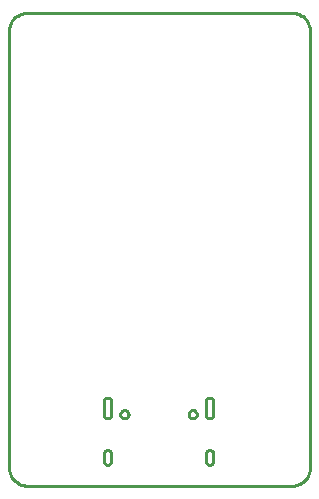
<source format=gbr>
G04 EAGLE Gerber RS-274X export*
G75*
%MOMM*%
%FSLAX34Y34*%
%LPD*%
%IN*%
%IPPOS*%
%AMOC8*
5,1,8,0,0,1.08239X$1,22.5*%
G01*
%ADD10C,0.254000*%


D10*
X-80Y16660D02*
X-23Y15353D01*
X148Y14055D01*
X431Y12778D01*
X825Y11530D01*
X1325Y10321D01*
X1930Y9160D01*
X2633Y8056D01*
X3429Y7018D01*
X4313Y6053D01*
X5278Y5169D01*
X6316Y4373D01*
X7420Y3670D01*
X8581Y3065D01*
X9790Y2565D01*
X11038Y2171D01*
X12315Y1888D01*
X13613Y1717D01*
X14920Y1660D01*
X239920Y1660D01*
X241205Y1733D01*
X242478Y1917D01*
X243731Y2211D01*
X244953Y2614D01*
X246135Y3122D01*
X247269Y3730D01*
X248345Y4436D01*
X249356Y5232D01*
X250293Y6113D01*
X251150Y7073D01*
X251920Y8104D01*
X252598Y9198D01*
X253177Y10347D01*
X253654Y11542D01*
X254025Y12774D01*
X254288Y14033D01*
X254439Y15311D01*
X254479Y16597D01*
X254479Y386597D01*
X254444Y387889D01*
X254298Y389173D01*
X254039Y390439D01*
X253672Y391678D01*
X253198Y392880D01*
X252621Y394036D01*
X251945Y395138D01*
X251176Y396176D01*
X250319Y397144D01*
X249381Y398033D01*
X248370Y398837D01*
X247292Y399550D01*
X246156Y400166D01*
X244970Y400681D01*
X243745Y401090D01*
X242488Y401391D01*
X241210Y401582D01*
X239920Y401660D01*
X14920Y401660D01*
X13613Y401603D01*
X12315Y401432D01*
X11038Y401149D01*
X9790Y400755D01*
X8581Y400255D01*
X7420Y399650D01*
X6316Y398947D01*
X5278Y398151D01*
X4313Y397267D01*
X3429Y396302D01*
X2633Y395264D01*
X1930Y394160D01*
X1325Y392999D01*
X825Y391790D01*
X431Y390542D01*
X148Y389265D01*
X-23Y387967D01*
X-80Y386660D01*
X-80Y16660D01*
X166410Y22500D02*
X166422Y22217D01*
X166459Y21936D01*
X166521Y21659D01*
X166606Y21388D01*
X166715Y21127D01*
X166845Y20875D01*
X166998Y20636D01*
X167170Y20411D01*
X167362Y20202D01*
X167571Y20010D01*
X167796Y19838D01*
X168035Y19685D01*
X168287Y19555D01*
X168548Y19446D01*
X168819Y19361D01*
X169096Y19299D01*
X169377Y19262D01*
X169660Y19250D01*
X169943Y19262D01*
X170224Y19299D01*
X170501Y19361D01*
X170772Y19446D01*
X171034Y19555D01*
X171285Y19685D01*
X171524Y19838D01*
X171749Y20010D01*
X171958Y20202D01*
X172150Y20411D01*
X172322Y20636D01*
X172475Y20875D01*
X172606Y21127D01*
X172714Y21388D01*
X172799Y21659D01*
X172861Y21936D01*
X172898Y22217D01*
X172910Y22500D01*
X172910Y28500D01*
X172898Y28783D01*
X172861Y29064D01*
X172799Y29341D01*
X172714Y29612D01*
X172606Y29874D01*
X172475Y30125D01*
X172322Y30364D01*
X172150Y30589D01*
X171958Y30798D01*
X171749Y30990D01*
X171524Y31162D01*
X171285Y31315D01*
X171034Y31446D01*
X170772Y31554D01*
X170501Y31639D01*
X170224Y31701D01*
X169943Y31738D01*
X169660Y31750D01*
X169377Y31738D01*
X169096Y31701D01*
X168819Y31639D01*
X168548Y31554D01*
X168287Y31446D01*
X168035Y31315D01*
X167796Y31162D01*
X167571Y30990D01*
X167362Y30798D01*
X167170Y30589D01*
X166998Y30364D01*
X166845Y30125D01*
X166715Y29874D01*
X166606Y29612D01*
X166521Y29341D01*
X166459Y29064D01*
X166422Y28783D01*
X166410Y28500D01*
X166410Y22500D01*
X80010Y22500D02*
X80022Y22217D01*
X80059Y21936D01*
X80121Y21659D01*
X80206Y21388D01*
X80315Y21127D01*
X80445Y20875D01*
X80598Y20636D01*
X80770Y20411D01*
X80962Y20202D01*
X81171Y20010D01*
X81396Y19838D01*
X81635Y19685D01*
X81887Y19555D01*
X82148Y19446D01*
X82419Y19361D01*
X82696Y19299D01*
X82977Y19262D01*
X83260Y19250D01*
X83543Y19262D01*
X83824Y19299D01*
X84101Y19361D01*
X84372Y19446D01*
X84634Y19555D01*
X84885Y19685D01*
X85124Y19838D01*
X85349Y20010D01*
X85558Y20202D01*
X85750Y20411D01*
X85922Y20636D01*
X86075Y20875D01*
X86206Y21127D01*
X86314Y21388D01*
X86399Y21659D01*
X86461Y21936D01*
X86498Y22217D01*
X86510Y22500D01*
X86510Y28500D01*
X86498Y28783D01*
X86461Y29064D01*
X86399Y29341D01*
X86314Y29612D01*
X86206Y29874D01*
X86075Y30125D01*
X85922Y30364D01*
X85750Y30589D01*
X85558Y30798D01*
X85349Y30990D01*
X85124Y31162D01*
X84885Y31315D01*
X84634Y31446D01*
X84372Y31554D01*
X84101Y31639D01*
X83824Y31701D01*
X83543Y31738D01*
X83260Y31750D01*
X82977Y31738D01*
X82696Y31701D01*
X82419Y31639D01*
X82148Y31554D01*
X81887Y31446D01*
X81635Y31315D01*
X81396Y31162D01*
X81171Y30990D01*
X80962Y30798D01*
X80770Y30589D01*
X80598Y30364D01*
X80445Y30125D01*
X80315Y29874D01*
X80206Y29612D01*
X80121Y29341D01*
X80059Y29064D01*
X80022Y28783D01*
X80010Y28500D01*
X80010Y22500D01*
X166410Y61800D02*
X166422Y61517D01*
X166459Y61236D01*
X166521Y60959D01*
X166606Y60688D01*
X166715Y60427D01*
X166845Y60175D01*
X166998Y59936D01*
X167170Y59711D01*
X167362Y59502D01*
X167571Y59310D01*
X167796Y59138D01*
X168035Y58985D01*
X168287Y58855D01*
X168548Y58746D01*
X168819Y58661D01*
X169096Y58599D01*
X169377Y58562D01*
X169660Y58550D01*
X169943Y58562D01*
X170224Y58599D01*
X170501Y58661D01*
X170772Y58746D01*
X171034Y58855D01*
X171285Y58985D01*
X171524Y59138D01*
X171749Y59310D01*
X171958Y59502D01*
X172150Y59711D01*
X172322Y59936D01*
X172475Y60175D01*
X172606Y60427D01*
X172714Y60688D01*
X172799Y60959D01*
X172861Y61236D01*
X172898Y61517D01*
X172910Y61800D01*
X172910Y72800D01*
X172898Y73083D01*
X172861Y73364D01*
X172799Y73641D01*
X172714Y73912D01*
X172606Y74174D01*
X172475Y74425D01*
X172322Y74664D01*
X172150Y74889D01*
X171958Y75098D01*
X171749Y75290D01*
X171524Y75462D01*
X171285Y75615D01*
X171034Y75746D01*
X170772Y75854D01*
X170501Y75939D01*
X170224Y76001D01*
X169943Y76038D01*
X169660Y76050D01*
X169377Y76038D01*
X169096Y76001D01*
X168819Y75939D01*
X168548Y75854D01*
X168287Y75746D01*
X168035Y75615D01*
X167796Y75462D01*
X167571Y75290D01*
X167362Y75098D01*
X167170Y74889D01*
X166998Y74664D01*
X166845Y74425D01*
X166715Y74174D01*
X166606Y73912D01*
X166521Y73641D01*
X166459Y73364D01*
X166422Y73083D01*
X166410Y72800D01*
X166410Y61800D01*
X80010Y61800D02*
X80022Y61517D01*
X80059Y61236D01*
X80121Y60959D01*
X80206Y60688D01*
X80315Y60427D01*
X80445Y60175D01*
X80598Y59936D01*
X80770Y59711D01*
X80962Y59502D01*
X81171Y59310D01*
X81396Y59138D01*
X81635Y58985D01*
X81887Y58855D01*
X82148Y58746D01*
X82419Y58661D01*
X82696Y58599D01*
X82977Y58562D01*
X83260Y58550D01*
X83543Y58562D01*
X83824Y58599D01*
X84101Y58661D01*
X84372Y58746D01*
X84634Y58855D01*
X84885Y58985D01*
X85124Y59138D01*
X85349Y59310D01*
X85558Y59502D01*
X85750Y59711D01*
X85922Y59936D01*
X86075Y60175D01*
X86206Y60427D01*
X86314Y60688D01*
X86399Y60959D01*
X86461Y61236D01*
X86498Y61517D01*
X86510Y61800D01*
X86510Y72800D01*
X86498Y73083D01*
X86461Y73364D01*
X86399Y73641D01*
X86314Y73912D01*
X86206Y74174D01*
X86075Y74425D01*
X85922Y74664D01*
X85750Y74889D01*
X85558Y75098D01*
X85349Y75290D01*
X85124Y75462D01*
X84885Y75615D01*
X84634Y75746D01*
X84372Y75854D01*
X84101Y75939D01*
X83824Y76001D01*
X83543Y76038D01*
X83260Y76050D01*
X82977Y76038D01*
X82696Y76001D01*
X82419Y75939D01*
X82148Y75854D01*
X81887Y75746D01*
X81635Y75615D01*
X81396Y75462D01*
X81171Y75290D01*
X80962Y75098D01*
X80770Y74889D01*
X80598Y74664D01*
X80445Y74425D01*
X80315Y74174D01*
X80206Y73912D01*
X80121Y73641D01*
X80059Y73364D01*
X80022Y73083D01*
X80010Y72800D01*
X80010Y61800D01*
X101060Y61771D02*
X101000Y61316D01*
X100881Y60873D01*
X100706Y60449D01*
X100476Y60051D01*
X100197Y59687D01*
X99873Y59363D01*
X99509Y59084D01*
X99111Y58854D01*
X98687Y58679D01*
X98244Y58560D01*
X97789Y58500D01*
X97331Y58500D01*
X96876Y58560D01*
X96433Y58679D01*
X96009Y58854D01*
X95611Y59084D01*
X95247Y59363D01*
X94923Y59687D01*
X94644Y60051D01*
X94414Y60449D01*
X94239Y60873D01*
X94120Y61316D01*
X94060Y61771D01*
X94060Y62229D01*
X94120Y62684D01*
X94239Y63127D01*
X94414Y63551D01*
X94644Y63949D01*
X94923Y64313D01*
X95247Y64637D01*
X95611Y64916D01*
X96009Y65146D01*
X96433Y65321D01*
X96876Y65440D01*
X97331Y65500D01*
X97789Y65500D01*
X98244Y65440D01*
X98687Y65321D01*
X99111Y65146D01*
X99509Y64916D01*
X99873Y64637D01*
X100197Y64313D01*
X100476Y63949D01*
X100706Y63551D01*
X100881Y63127D01*
X101000Y62684D01*
X101060Y62229D01*
X101060Y61771D01*
X158860Y61771D02*
X158800Y61316D01*
X158681Y60873D01*
X158506Y60449D01*
X158276Y60051D01*
X157997Y59687D01*
X157673Y59363D01*
X157309Y59084D01*
X156911Y58854D01*
X156487Y58679D01*
X156044Y58560D01*
X155589Y58500D01*
X155131Y58500D01*
X154676Y58560D01*
X154233Y58679D01*
X153809Y58854D01*
X153411Y59084D01*
X153047Y59363D01*
X152723Y59687D01*
X152444Y60051D01*
X152214Y60449D01*
X152039Y60873D01*
X151920Y61316D01*
X151860Y61771D01*
X151860Y62229D01*
X151920Y62684D01*
X152039Y63127D01*
X152214Y63551D01*
X152444Y63949D01*
X152723Y64313D01*
X153047Y64637D01*
X153411Y64916D01*
X153809Y65146D01*
X154233Y65321D01*
X154676Y65440D01*
X155131Y65500D01*
X155589Y65500D01*
X156044Y65440D01*
X156487Y65321D01*
X156911Y65146D01*
X157309Y64916D01*
X157673Y64637D01*
X157997Y64313D01*
X158276Y63949D01*
X158506Y63551D01*
X158681Y63127D01*
X158800Y62684D01*
X158860Y62229D01*
X158860Y61771D01*
M02*

</source>
